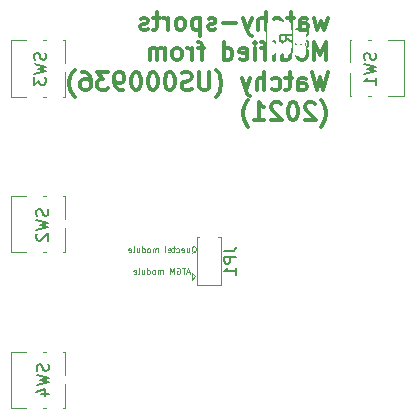
<source format=gbo>
G04 #@! TF.GenerationSoftware,KiCad,Pcbnew,(5.1.9)-1*
G04 #@! TF.CreationDate,2021-05-12T11:04:24-07:00*
G04 #@! TF.ProjectId,Watchy,57617463-6879-42e6-9b69-6361645f7063,rev?*
G04 #@! TF.SameCoordinates,Original*
G04 #@! TF.FileFunction,Legend,Bot*
G04 #@! TF.FilePolarity,Positive*
%FSLAX46Y46*%
G04 Gerber Fmt 4.6, Leading zero omitted, Abs format (unit mm)*
G04 Created by KiCad (PCBNEW (5.1.9)-1) date 2021-05-12 11:04:24*
%MOMM*%
%LPD*%
G01*
G04 APERTURE LIST*
%ADD10C,0.125000*%
%ADD11C,0.300000*%
%ADD12C,0.120000*%
%ADD13C,0.150000*%
%ADD14O,1.350000X1.650000*%
%ADD15O,1.950000X1.400000*%
%ADD16C,1.200000*%
%ADD17O,1.250000X1.250000*%
G04 APERTURE END LIST*
D10*
X85356857Y-97217333D02*
X85118761Y-97217333D01*
X85404476Y-97360190D02*
X85237809Y-96860190D01*
X85071142Y-97360190D01*
X84975904Y-96860190D02*
X84690190Y-96860190D01*
X84833047Y-97360190D02*
X84833047Y-96860190D01*
X84261619Y-96884000D02*
X84309238Y-96860190D01*
X84380666Y-96860190D01*
X84452095Y-96884000D01*
X84499714Y-96931619D01*
X84523523Y-96979238D01*
X84547333Y-97074476D01*
X84547333Y-97145904D01*
X84523523Y-97241142D01*
X84499714Y-97288761D01*
X84452095Y-97336380D01*
X84380666Y-97360190D01*
X84333047Y-97360190D01*
X84261619Y-97336380D01*
X84237809Y-97312571D01*
X84237809Y-97145904D01*
X84333047Y-97145904D01*
X84023523Y-97360190D02*
X84023523Y-96860190D01*
X83856857Y-97217333D01*
X83690190Y-96860190D01*
X83690190Y-97360190D01*
X83071142Y-97360190D02*
X83071142Y-97026857D01*
X83071142Y-97074476D02*
X83047333Y-97050666D01*
X82999714Y-97026857D01*
X82928285Y-97026857D01*
X82880666Y-97050666D01*
X82856857Y-97098285D01*
X82856857Y-97360190D01*
X82856857Y-97098285D02*
X82833047Y-97050666D01*
X82785428Y-97026857D01*
X82714000Y-97026857D01*
X82666380Y-97050666D01*
X82642571Y-97098285D01*
X82642571Y-97360190D01*
X82333047Y-97360190D02*
X82380666Y-97336380D01*
X82404476Y-97312571D01*
X82428285Y-97264952D01*
X82428285Y-97122095D01*
X82404476Y-97074476D01*
X82380666Y-97050666D01*
X82333047Y-97026857D01*
X82261619Y-97026857D01*
X82214000Y-97050666D01*
X82190190Y-97074476D01*
X82166380Y-97122095D01*
X82166380Y-97264952D01*
X82190190Y-97312571D01*
X82214000Y-97336380D01*
X82261619Y-97360190D01*
X82333047Y-97360190D01*
X81737809Y-97360190D02*
X81737809Y-96860190D01*
X81737809Y-97336380D02*
X81785428Y-97360190D01*
X81880666Y-97360190D01*
X81928285Y-97336380D01*
X81952095Y-97312571D01*
X81975904Y-97264952D01*
X81975904Y-97122095D01*
X81952095Y-97074476D01*
X81928285Y-97050666D01*
X81880666Y-97026857D01*
X81785428Y-97026857D01*
X81737809Y-97050666D01*
X81285428Y-97026857D02*
X81285428Y-97360190D01*
X81499714Y-97026857D02*
X81499714Y-97288761D01*
X81475904Y-97336380D01*
X81428285Y-97360190D01*
X81356857Y-97360190D01*
X81309238Y-97336380D01*
X81285428Y-97312571D01*
X80975904Y-97360190D02*
X81023523Y-97336380D01*
X81047333Y-97288761D01*
X81047333Y-96860190D01*
X80594952Y-97336380D02*
X80642571Y-97360190D01*
X80737809Y-97360190D01*
X80785428Y-97336380D01*
X80809238Y-97288761D01*
X80809238Y-97098285D01*
X80785428Y-97050666D01*
X80737809Y-97026857D01*
X80642571Y-97026857D01*
X80594952Y-97050666D01*
X80571142Y-97098285D01*
X80571142Y-97145904D01*
X80809238Y-97193523D01*
X85501000Y-95578809D02*
X85548619Y-95555000D01*
X85596238Y-95507380D01*
X85667666Y-95435952D01*
X85715285Y-95412142D01*
X85762904Y-95412142D01*
X85739095Y-95531190D02*
X85786714Y-95507380D01*
X85834333Y-95459761D01*
X85858142Y-95364523D01*
X85858142Y-95197857D01*
X85834333Y-95102619D01*
X85786714Y-95055000D01*
X85739095Y-95031190D01*
X85643857Y-95031190D01*
X85596238Y-95055000D01*
X85548619Y-95102619D01*
X85524809Y-95197857D01*
X85524809Y-95364523D01*
X85548619Y-95459761D01*
X85596238Y-95507380D01*
X85643857Y-95531190D01*
X85739095Y-95531190D01*
X85096238Y-95197857D02*
X85096238Y-95531190D01*
X85310523Y-95197857D02*
X85310523Y-95459761D01*
X85286714Y-95507380D01*
X85239095Y-95531190D01*
X85167666Y-95531190D01*
X85120047Y-95507380D01*
X85096238Y-95483571D01*
X84667666Y-95507380D02*
X84715285Y-95531190D01*
X84810523Y-95531190D01*
X84858142Y-95507380D01*
X84881952Y-95459761D01*
X84881952Y-95269285D01*
X84858142Y-95221666D01*
X84810523Y-95197857D01*
X84715285Y-95197857D01*
X84667666Y-95221666D01*
X84643857Y-95269285D01*
X84643857Y-95316904D01*
X84881952Y-95364523D01*
X84215285Y-95507380D02*
X84262904Y-95531190D01*
X84358142Y-95531190D01*
X84405761Y-95507380D01*
X84429571Y-95483571D01*
X84453380Y-95435952D01*
X84453380Y-95293095D01*
X84429571Y-95245476D01*
X84405761Y-95221666D01*
X84358142Y-95197857D01*
X84262904Y-95197857D01*
X84215285Y-95221666D01*
X84072428Y-95197857D02*
X83881952Y-95197857D01*
X84001000Y-95031190D02*
X84001000Y-95459761D01*
X83977190Y-95507380D01*
X83929571Y-95531190D01*
X83881952Y-95531190D01*
X83524809Y-95507380D02*
X83572428Y-95531190D01*
X83667666Y-95531190D01*
X83715285Y-95507380D01*
X83739095Y-95459761D01*
X83739095Y-95269285D01*
X83715285Y-95221666D01*
X83667666Y-95197857D01*
X83572428Y-95197857D01*
X83524809Y-95221666D01*
X83501000Y-95269285D01*
X83501000Y-95316904D01*
X83739095Y-95364523D01*
X83215285Y-95531190D02*
X83262904Y-95507380D01*
X83286714Y-95459761D01*
X83286714Y-95031190D01*
X82643857Y-95531190D02*
X82643857Y-95197857D01*
X82643857Y-95245476D02*
X82620047Y-95221666D01*
X82572428Y-95197857D01*
X82501000Y-95197857D01*
X82453380Y-95221666D01*
X82429571Y-95269285D01*
X82429571Y-95531190D01*
X82429571Y-95269285D02*
X82405761Y-95221666D01*
X82358142Y-95197857D01*
X82286714Y-95197857D01*
X82239095Y-95221666D01*
X82215285Y-95269285D01*
X82215285Y-95531190D01*
X81905761Y-95531190D02*
X81953380Y-95507380D01*
X81977190Y-95483571D01*
X82001000Y-95435952D01*
X82001000Y-95293095D01*
X81977190Y-95245476D01*
X81953380Y-95221666D01*
X81905761Y-95197857D01*
X81834333Y-95197857D01*
X81786714Y-95221666D01*
X81762904Y-95245476D01*
X81739095Y-95293095D01*
X81739095Y-95435952D01*
X81762904Y-95483571D01*
X81786714Y-95507380D01*
X81834333Y-95531190D01*
X81905761Y-95531190D01*
X81310523Y-95531190D02*
X81310523Y-95031190D01*
X81310523Y-95507380D02*
X81358142Y-95531190D01*
X81453380Y-95531190D01*
X81501000Y-95507380D01*
X81524809Y-95483571D01*
X81548619Y-95435952D01*
X81548619Y-95293095D01*
X81524809Y-95245476D01*
X81501000Y-95221666D01*
X81453380Y-95197857D01*
X81358142Y-95197857D01*
X81310523Y-95221666D01*
X80858142Y-95197857D02*
X80858142Y-95531190D01*
X81072428Y-95197857D02*
X81072428Y-95459761D01*
X81048619Y-95507380D01*
X81001000Y-95531190D01*
X80929571Y-95531190D01*
X80881952Y-95507380D01*
X80858142Y-95483571D01*
X80548619Y-95531190D02*
X80596238Y-95507380D01*
X80620047Y-95459761D01*
X80620047Y-95031190D01*
X80167666Y-95507380D02*
X80215285Y-95531190D01*
X80310523Y-95531190D01*
X80358142Y-95507380D01*
X80381952Y-95459761D01*
X80381952Y-95269285D01*
X80358142Y-95221666D01*
X80310523Y-95197857D01*
X80215285Y-95197857D01*
X80167666Y-95221666D01*
X80143857Y-95269285D01*
X80143857Y-95316904D01*
X80381952Y-95364523D01*
D11*
X97019714Y-75684571D02*
X96734000Y-76684571D01*
X96448285Y-75970285D01*
X96162571Y-76684571D01*
X95876857Y-75684571D01*
X94662571Y-76684571D02*
X94662571Y-75898857D01*
X94734000Y-75756000D01*
X94876857Y-75684571D01*
X95162571Y-75684571D01*
X95305428Y-75756000D01*
X94662571Y-76613142D02*
X94805428Y-76684571D01*
X95162571Y-76684571D01*
X95305428Y-76613142D01*
X95376857Y-76470285D01*
X95376857Y-76327428D01*
X95305428Y-76184571D01*
X95162571Y-76113142D01*
X94805428Y-76113142D01*
X94662571Y-76041714D01*
X94162571Y-75684571D02*
X93591142Y-75684571D01*
X93948285Y-75184571D02*
X93948285Y-76470285D01*
X93876857Y-76613142D01*
X93734000Y-76684571D01*
X93591142Y-76684571D01*
X92448285Y-76613142D02*
X92591142Y-76684571D01*
X92876857Y-76684571D01*
X93019714Y-76613142D01*
X93091142Y-76541714D01*
X93162571Y-76398857D01*
X93162571Y-75970285D01*
X93091142Y-75827428D01*
X93019714Y-75756000D01*
X92876857Y-75684571D01*
X92591142Y-75684571D01*
X92448285Y-75756000D01*
X91805428Y-76684571D02*
X91805428Y-75184571D01*
X91162571Y-76684571D02*
X91162571Y-75898857D01*
X91234000Y-75756000D01*
X91376857Y-75684571D01*
X91591142Y-75684571D01*
X91734000Y-75756000D01*
X91805428Y-75827428D01*
X90591142Y-75684571D02*
X90234000Y-76684571D01*
X89876857Y-75684571D02*
X90234000Y-76684571D01*
X90376857Y-77041714D01*
X90448285Y-77113142D01*
X90591142Y-77184571D01*
X89305428Y-76113142D02*
X88162571Y-76113142D01*
X87519714Y-76613142D02*
X87376857Y-76684571D01*
X87091142Y-76684571D01*
X86948285Y-76613142D01*
X86876857Y-76470285D01*
X86876857Y-76398857D01*
X86948285Y-76256000D01*
X87091142Y-76184571D01*
X87305428Y-76184571D01*
X87448285Y-76113142D01*
X87519714Y-75970285D01*
X87519714Y-75898857D01*
X87448285Y-75756000D01*
X87305428Y-75684571D01*
X87091142Y-75684571D01*
X86948285Y-75756000D01*
X86234000Y-75684571D02*
X86234000Y-77184571D01*
X86234000Y-75756000D02*
X86091142Y-75684571D01*
X85805428Y-75684571D01*
X85662571Y-75756000D01*
X85591142Y-75827428D01*
X85519714Y-75970285D01*
X85519714Y-76398857D01*
X85591142Y-76541714D01*
X85662571Y-76613142D01*
X85805428Y-76684571D01*
X86091142Y-76684571D01*
X86234000Y-76613142D01*
X84662571Y-76684571D02*
X84805428Y-76613142D01*
X84876857Y-76541714D01*
X84948285Y-76398857D01*
X84948285Y-75970285D01*
X84876857Y-75827428D01*
X84805428Y-75756000D01*
X84662571Y-75684571D01*
X84448285Y-75684571D01*
X84305428Y-75756000D01*
X84234000Y-75827428D01*
X84162571Y-75970285D01*
X84162571Y-76398857D01*
X84234000Y-76541714D01*
X84305428Y-76613142D01*
X84448285Y-76684571D01*
X84662571Y-76684571D01*
X83519714Y-76684571D02*
X83519714Y-75684571D01*
X83519714Y-75970285D02*
X83448285Y-75827428D01*
X83376857Y-75756000D01*
X83234000Y-75684571D01*
X83091142Y-75684571D01*
X82805428Y-75684571D02*
X82234000Y-75684571D01*
X82591142Y-75184571D02*
X82591142Y-76470285D01*
X82519714Y-76613142D01*
X82376857Y-76684571D01*
X82234000Y-76684571D01*
X81805428Y-76613142D02*
X81662571Y-76684571D01*
X81376857Y-76684571D01*
X81234000Y-76613142D01*
X81162571Y-76470285D01*
X81162571Y-76398857D01*
X81234000Y-76256000D01*
X81376857Y-76184571D01*
X81591142Y-76184571D01*
X81734000Y-76113142D01*
X81805428Y-75970285D01*
X81805428Y-75898857D01*
X81734000Y-75756000D01*
X81591142Y-75684571D01*
X81376857Y-75684571D01*
X81234000Y-75756000D01*
X96876857Y-79234571D02*
X96876857Y-77734571D01*
X96376857Y-78806000D01*
X95876857Y-77734571D01*
X95876857Y-79234571D01*
X94948285Y-79234571D02*
X95091142Y-79163142D01*
X95162571Y-79091714D01*
X95234000Y-78948857D01*
X95234000Y-78520285D01*
X95162571Y-78377428D01*
X95091142Y-78306000D01*
X94948285Y-78234571D01*
X94734000Y-78234571D01*
X94591142Y-78306000D01*
X94519714Y-78377428D01*
X94448285Y-78520285D01*
X94448285Y-78948857D01*
X94519714Y-79091714D01*
X94591142Y-79163142D01*
X94734000Y-79234571D01*
X94948285Y-79234571D01*
X93162571Y-79234571D02*
X93162571Y-77734571D01*
X93162571Y-79163142D02*
X93305428Y-79234571D01*
X93591142Y-79234571D01*
X93734000Y-79163142D01*
X93805428Y-79091714D01*
X93876857Y-78948857D01*
X93876857Y-78520285D01*
X93805428Y-78377428D01*
X93734000Y-78306000D01*
X93591142Y-78234571D01*
X93305428Y-78234571D01*
X93162571Y-78306000D01*
X92448285Y-79234571D02*
X92448285Y-78234571D01*
X92448285Y-77734571D02*
X92519714Y-77806000D01*
X92448285Y-77877428D01*
X92376857Y-77806000D01*
X92448285Y-77734571D01*
X92448285Y-77877428D01*
X91948285Y-78234571D02*
X91376857Y-78234571D01*
X91734000Y-79234571D02*
X91734000Y-77948857D01*
X91662571Y-77806000D01*
X91519714Y-77734571D01*
X91376857Y-77734571D01*
X90876857Y-79234571D02*
X90876857Y-78234571D01*
X90876857Y-77734571D02*
X90948285Y-77806000D01*
X90876857Y-77877428D01*
X90805428Y-77806000D01*
X90876857Y-77734571D01*
X90876857Y-77877428D01*
X89591142Y-79163142D02*
X89734000Y-79234571D01*
X90019714Y-79234571D01*
X90162571Y-79163142D01*
X90234000Y-79020285D01*
X90234000Y-78448857D01*
X90162571Y-78306000D01*
X90019714Y-78234571D01*
X89734000Y-78234571D01*
X89591142Y-78306000D01*
X89519714Y-78448857D01*
X89519714Y-78591714D01*
X90234000Y-78734571D01*
X88234000Y-79234571D02*
X88234000Y-77734571D01*
X88234000Y-79163142D02*
X88376857Y-79234571D01*
X88662571Y-79234571D01*
X88805428Y-79163142D01*
X88876857Y-79091714D01*
X88948285Y-78948857D01*
X88948285Y-78520285D01*
X88876857Y-78377428D01*
X88805428Y-78306000D01*
X88662571Y-78234571D01*
X88376857Y-78234571D01*
X88234000Y-78306000D01*
X86591142Y-78234571D02*
X86019714Y-78234571D01*
X86376857Y-79234571D02*
X86376857Y-77948857D01*
X86305428Y-77806000D01*
X86162571Y-77734571D01*
X86019714Y-77734571D01*
X85519714Y-79234571D02*
X85519714Y-78234571D01*
X85519714Y-78520285D02*
X85448285Y-78377428D01*
X85376857Y-78306000D01*
X85234000Y-78234571D01*
X85091142Y-78234571D01*
X84376857Y-79234571D02*
X84519714Y-79163142D01*
X84591142Y-79091714D01*
X84662571Y-78948857D01*
X84662571Y-78520285D01*
X84591142Y-78377428D01*
X84519714Y-78306000D01*
X84376857Y-78234571D01*
X84162571Y-78234571D01*
X84019714Y-78306000D01*
X83948285Y-78377428D01*
X83876857Y-78520285D01*
X83876857Y-78948857D01*
X83948285Y-79091714D01*
X84019714Y-79163142D01*
X84162571Y-79234571D01*
X84376857Y-79234571D01*
X83234000Y-79234571D02*
X83234000Y-78234571D01*
X83234000Y-78377428D02*
X83162571Y-78306000D01*
X83019714Y-78234571D01*
X82805428Y-78234571D01*
X82662571Y-78306000D01*
X82591142Y-78448857D01*
X82591142Y-79234571D01*
X82591142Y-78448857D02*
X82519714Y-78306000D01*
X82376857Y-78234571D01*
X82162571Y-78234571D01*
X82019714Y-78306000D01*
X81948285Y-78448857D01*
X81948285Y-79234571D01*
X97019714Y-80284571D02*
X96662571Y-81784571D01*
X96376857Y-80713142D01*
X96091142Y-81784571D01*
X95734000Y-80284571D01*
X94519714Y-81784571D02*
X94519714Y-80998857D01*
X94591142Y-80856000D01*
X94734000Y-80784571D01*
X95019714Y-80784571D01*
X95162571Y-80856000D01*
X94519714Y-81713142D02*
X94662571Y-81784571D01*
X95019714Y-81784571D01*
X95162571Y-81713142D01*
X95234000Y-81570285D01*
X95234000Y-81427428D01*
X95162571Y-81284571D01*
X95019714Y-81213142D01*
X94662571Y-81213142D01*
X94519714Y-81141714D01*
X94019714Y-80784571D02*
X93448285Y-80784571D01*
X93805428Y-80284571D02*
X93805428Y-81570285D01*
X93734000Y-81713142D01*
X93591142Y-81784571D01*
X93448285Y-81784571D01*
X92305428Y-81713142D02*
X92448285Y-81784571D01*
X92734000Y-81784571D01*
X92876857Y-81713142D01*
X92948285Y-81641714D01*
X93019714Y-81498857D01*
X93019714Y-81070285D01*
X92948285Y-80927428D01*
X92876857Y-80856000D01*
X92734000Y-80784571D01*
X92448285Y-80784571D01*
X92305428Y-80856000D01*
X91662571Y-81784571D02*
X91662571Y-80284571D01*
X91019714Y-81784571D02*
X91019714Y-80998857D01*
X91091142Y-80856000D01*
X91234000Y-80784571D01*
X91448285Y-80784571D01*
X91591142Y-80856000D01*
X91662571Y-80927428D01*
X90448285Y-80784571D02*
X90091142Y-81784571D01*
X89734000Y-80784571D02*
X90091142Y-81784571D01*
X90234000Y-82141714D01*
X90305428Y-82213142D01*
X90448285Y-82284571D01*
X87591142Y-82356000D02*
X87662571Y-82284571D01*
X87805428Y-82070285D01*
X87876857Y-81927428D01*
X87948285Y-81713142D01*
X88019714Y-81356000D01*
X88019714Y-81070285D01*
X87948285Y-80713142D01*
X87876857Y-80498857D01*
X87805428Y-80356000D01*
X87662571Y-80141714D01*
X87591142Y-80070285D01*
X87019714Y-80284571D02*
X87019714Y-81498857D01*
X86948285Y-81641714D01*
X86876857Y-81713142D01*
X86734000Y-81784571D01*
X86448285Y-81784571D01*
X86305428Y-81713142D01*
X86234000Y-81641714D01*
X86162571Y-81498857D01*
X86162571Y-80284571D01*
X85519714Y-81713142D02*
X85305428Y-81784571D01*
X84948285Y-81784571D01*
X84805428Y-81713142D01*
X84734000Y-81641714D01*
X84662571Y-81498857D01*
X84662571Y-81356000D01*
X84734000Y-81213142D01*
X84805428Y-81141714D01*
X84948285Y-81070285D01*
X85234000Y-80998857D01*
X85376857Y-80927428D01*
X85448285Y-80856000D01*
X85519714Y-80713142D01*
X85519714Y-80570285D01*
X85448285Y-80427428D01*
X85376857Y-80356000D01*
X85234000Y-80284571D01*
X84876857Y-80284571D01*
X84662571Y-80356000D01*
X83734000Y-80284571D02*
X83591142Y-80284571D01*
X83448285Y-80356000D01*
X83376857Y-80427428D01*
X83305428Y-80570285D01*
X83234000Y-80856000D01*
X83234000Y-81213142D01*
X83305428Y-81498857D01*
X83376857Y-81641714D01*
X83448285Y-81713142D01*
X83591142Y-81784571D01*
X83734000Y-81784571D01*
X83876857Y-81713142D01*
X83948285Y-81641714D01*
X84019714Y-81498857D01*
X84091142Y-81213142D01*
X84091142Y-80856000D01*
X84019714Y-80570285D01*
X83948285Y-80427428D01*
X83876857Y-80356000D01*
X83734000Y-80284571D01*
X82305428Y-80284571D02*
X82162571Y-80284571D01*
X82019714Y-80356000D01*
X81948285Y-80427428D01*
X81876857Y-80570285D01*
X81805428Y-80856000D01*
X81805428Y-81213142D01*
X81876857Y-81498857D01*
X81948285Y-81641714D01*
X82019714Y-81713142D01*
X82162571Y-81784571D01*
X82305428Y-81784571D01*
X82448285Y-81713142D01*
X82519714Y-81641714D01*
X82591142Y-81498857D01*
X82662571Y-81213142D01*
X82662571Y-80856000D01*
X82591142Y-80570285D01*
X82519714Y-80427428D01*
X82448285Y-80356000D01*
X82305428Y-80284571D01*
X80876857Y-80284571D02*
X80734000Y-80284571D01*
X80591142Y-80356000D01*
X80519714Y-80427428D01*
X80448285Y-80570285D01*
X80376857Y-80856000D01*
X80376857Y-81213142D01*
X80448285Y-81498857D01*
X80519714Y-81641714D01*
X80591142Y-81713142D01*
X80734000Y-81784571D01*
X80876857Y-81784571D01*
X81019714Y-81713142D01*
X81091142Y-81641714D01*
X81162571Y-81498857D01*
X81234000Y-81213142D01*
X81234000Y-80856000D01*
X81162571Y-80570285D01*
X81091142Y-80427428D01*
X81019714Y-80356000D01*
X80876857Y-80284571D01*
X79662571Y-81784571D02*
X79376857Y-81784571D01*
X79234000Y-81713142D01*
X79162571Y-81641714D01*
X79019714Y-81427428D01*
X78948285Y-81141714D01*
X78948285Y-80570285D01*
X79019714Y-80427428D01*
X79091142Y-80356000D01*
X79234000Y-80284571D01*
X79519714Y-80284571D01*
X79662571Y-80356000D01*
X79734000Y-80427428D01*
X79805428Y-80570285D01*
X79805428Y-80927428D01*
X79734000Y-81070285D01*
X79662571Y-81141714D01*
X79519714Y-81213142D01*
X79234000Y-81213142D01*
X79091142Y-81141714D01*
X79019714Y-81070285D01*
X78948285Y-80927428D01*
X78448285Y-80284571D02*
X77519714Y-80284571D01*
X78019714Y-80856000D01*
X77805428Y-80856000D01*
X77662571Y-80927428D01*
X77591142Y-80998857D01*
X77519714Y-81141714D01*
X77519714Y-81498857D01*
X77591142Y-81641714D01*
X77662571Y-81713142D01*
X77805428Y-81784571D01*
X78234000Y-81784571D01*
X78376857Y-81713142D01*
X78448285Y-81641714D01*
X76234000Y-80284571D02*
X76519714Y-80284571D01*
X76662571Y-80356000D01*
X76734000Y-80427428D01*
X76876857Y-80641714D01*
X76948285Y-80927428D01*
X76948285Y-81498857D01*
X76876857Y-81641714D01*
X76805428Y-81713142D01*
X76662571Y-81784571D01*
X76376857Y-81784571D01*
X76234000Y-81713142D01*
X76162571Y-81641714D01*
X76091142Y-81498857D01*
X76091142Y-81141714D01*
X76162571Y-80998857D01*
X76234000Y-80927428D01*
X76376857Y-80856000D01*
X76662571Y-80856000D01*
X76805428Y-80927428D01*
X76876857Y-80998857D01*
X76948285Y-81141714D01*
X75591142Y-82356000D02*
X75519714Y-82284571D01*
X75376857Y-82070285D01*
X75305428Y-81927428D01*
X75234000Y-81713142D01*
X75162571Y-81356000D01*
X75162571Y-81070285D01*
X75234000Y-80713142D01*
X75305428Y-80498857D01*
X75376857Y-80356000D01*
X75519714Y-80141714D01*
X75591142Y-80070285D01*
X96448285Y-84906000D02*
X96519714Y-84834571D01*
X96662571Y-84620285D01*
X96734000Y-84477428D01*
X96805428Y-84263142D01*
X96876857Y-83906000D01*
X96876857Y-83620285D01*
X96805428Y-83263142D01*
X96734000Y-83048857D01*
X96662571Y-82906000D01*
X96519714Y-82691714D01*
X96448285Y-82620285D01*
X95948285Y-82977428D02*
X95876857Y-82906000D01*
X95734000Y-82834571D01*
X95376857Y-82834571D01*
X95234000Y-82906000D01*
X95162571Y-82977428D01*
X95091142Y-83120285D01*
X95091142Y-83263142D01*
X95162571Y-83477428D01*
X96019714Y-84334571D01*
X95091142Y-84334571D01*
X94162571Y-82834571D02*
X94019714Y-82834571D01*
X93876857Y-82906000D01*
X93805428Y-82977428D01*
X93734000Y-83120285D01*
X93662571Y-83406000D01*
X93662571Y-83763142D01*
X93734000Y-84048857D01*
X93805428Y-84191714D01*
X93876857Y-84263142D01*
X94019714Y-84334571D01*
X94162571Y-84334571D01*
X94305428Y-84263142D01*
X94376857Y-84191714D01*
X94448285Y-84048857D01*
X94519714Y-83763142D01*
X94519714Y-83406000D01*
X94448285Y-83120285D01*
X94376857Y-82977428D01*
X94305428Y-82906000D01*
X94162571Y-82834571D01*
X93091142Y-82977428D02*
X93019714Y-82906000D01*
X92876857Y-82834571D01*
X92519714Y-82834571D01*
X92376857Y-82906000D01*
X92305428Y-82977428D01*
X92234000Y-83120285D01*
X92234000Y-83263142D01*
X92305428Y-83477428D01*
X93162571Y-84334571D01*
X92234000Y-84334571D01*
X90805428Y-84334571D02*
X91662571Y-84334571D01*
X91234000Y-84334571D02*
X91234000Y-82834571D01*
X91376857Y-83048857D01*
X91519714Y-83191714D01*
X91662571Y-83263142D01*
X90305428Y-84906000D02*
X90234000Y-84834571D01*
X90091142Y-84620285D01*
X90019714Y-84477428D01*
X89948285Y-84263142D01*
X89876857Y-83906000D01*
X89876857Y-83620285D01*
X89948285Y-83263142D01*
X90019714Y-83048857D01*
X90091142Y-82906000D01*
X90234000Y-82691714D01*
X90305428Y-82620285D01*
D12*
X88003000Y-98317000D02*
X88003000Y-94217000D01*
X88003000Y-94217000D02*
X86003000Y-94217000D01*
X86003000Y-94217000D02*
X86003000Y-98317000D01*
X86003000Y-98317000D02*
X88003000Y-98317000D01*
X85803000Y-97567000D02*
X85503000Y-97867000D01*
X85503000Y-97867000D02*
X85503000Y-97267000D01*
X85803000Y-97567000D02*
X85503000Y-97267000D01*
X94312000Y-77758359D02*
X94312000Y-78065641D01*
X95072000Y-77758359D02*
X95072000Y-78065641D01*
X91803000Y-78353000D02*
X91803000Y-76383000D01*
X94003000Y-78573000D02*
X94003000Y-76373000D01*
X74780000Y-77540000D02*
X70180000Y-77540000D01*
X70180000Y-77540000D02*
X70180000Y-82340000D01*
X70180000Y-82340000D02*
X74780000Y-82340000D01*
X74780000Y-82340000D02*
X74780000Y-77540000D01*
X74780000Y-103940000D02*
X70180000Y-103940000D01*
X70180000Y-103940000D02*
X70180000Y-108740000D01*
X70180000Y-108740000D02*
X74780000Y-108740000D01*
X74780000Y-108740000D02*
X74780000Y-103940000D01*
X74780000Y-90740000D02*
X70180000Y-90740000D01*
X70180000Y-90740000D02*
X70180000Y-95540000D01*
X70180000Y-95540000D02*
X74780000Y-95540000D01*
X74780000Y-95540000D02*
X74780000Y-90740000D01*
X98920000Y-82320000D02*
X103520000Y-82320000D01*
X103520000Y-82320000D02*
X103520000Y-77520000D01*
X103520000Y-77520000D02*
X98920000Y-77520000D01*
X98920000Y-77520000D02*
X98920000Y-82320000D01*
D13*
X88255380Y-95433666D02*
X88969666Y-95433666D01*
X89112523Y-95386047D01*
X89207761Y-95290809D01*
X89255380Y-95147952D01*
X89255380Y-95052714D01*
X89255380Y-95909857D02*
X88255380Y-95909857D01*
X88255380Y-96290809D01*
X88303000Y-96386047D01*
X88350619Y-96433666D01*
X88445857Y-96481285D01*
X88588714Y-96481285D01*
X88683952Y-96433666D01*
X88731571Y-96386047D01*
X88779190Y-96290809D01*
X88779190Y-95909857D01*
X89255380Y-97433666D02*
X89255380Y-96862238D01*
X89255380Y-97147952D02*
X88255380Y-97147952D01*
X88398238Y-97052714D01*
X88493476Y-96957476D01*
X88541095Y-96862238D01*
X93974380Y-77745333D02*
X93498190Y-77412000D01*
X93974380Y-77173904D02*
X92974380Y-77173904D01*
X92974380Y-77554857D01*
X93022000Y-77650095D01*
X93069619Y-77697714D01*
X93164857Y-77745333D01*
X93307714Y-77745333D01*
X93402952Y-77697714D01*
X93450571Y-77650095D01*
X93498190Y-77554857D01*
X93498190Y-77173904D01*
X93974380Y-78221523D02*
X93974380Y-78412000D01*
X93926761Y-78507238D01*
X93879142Y-78554857D01*
X93736285Y-78650095D01*
X93545809Y-78697714D01*
X93164857Y-78697714D01*
X93069619Y-78650095D01*
X93022000Y-78602476D01*
X92974380Y-78507238D01*
X92974380Y-78316761D01*
X93022000Y-78221523D01*
X93069619Y-78173904D01*
X93164857Y-78126285D01*
X93402952Y-78126285D01*
X93498190Y-78173904D01*
X93545809Y-78221523D01*
X93593428Y-78316761D01*
X93593428Y-78507238D01*
X93545809Y-78602476D01*
X93498190Y-78650095D01*
X93402952Y-78697714D01*
X94380380Y-76611095D02*
X95189904Y-76611095D01*
X95285142Y-76658714D01*
X95332761Y-76706333D01*
X95380380Y-76801571D01*
X95380380Y-76992047D01*
X95332761Y-77087285D01*
X95285142Y-77134904D01*
X95189904Y-77182523D01*
X94380380Y-77182523D01*
X94808952Y-77801571D02*
X94761333Y-77706333D01*
X94713714Y-77658714D01*
X94618476Y-77611095D01*
X94570857Y-77611095D01*
X94475619Y-77658714D01*
X94428000Y-77706333D01*
X94380380Y-77801571D01*
X94380380Y-77992047D01*
X94428000Y-78087285D01*
X94475619Y-78134904D01*
X94570857Y-78182523D01*
X94618476Y-78182523D01*
X94713714Y-78134904D01*
X94761333Y-78087285D01*
X94808952Y-77992047D01*
X94808952Y-77801571D01*
X94856571Y-77706333D01*
X94904190Y-77658714D01*
X94999428Y-77611095D01*
X95189904Y-77611095D01*
X95285142Y-77658714D01*
X95332761Y-77706333D01*
X95380380Y-77801571D01*
X95380380Y-77992047D01*
X95332761Y-78087285D01*
X95285142Y-78134904D01*
X95189904Y-78182523D01*
X94999428Y-78182523D01*
X94904190Y-78134904D01*
X94856571Y-78087285D01*
X94808952Y-77992047D01*
X73134761Y-78666666D02*
X73182380Y-78809523D01*
X73182380Y-79047619D01*
X73134761Y-79142857D01*
X73087142Y-79190476D01*
X72991904Y-79238095D01*
X72896666Y-79238095D01*
X72801428Y-79190476D01*
X72753809Y-79142857D01*
X72706190Y-79047619D01*
X72658571Y-78857142D01*
X72610952Y-78761904D01*
X72563333Y-78714285D01*
X72468095Y-78666666D01*
X72372857Y-78666666D01*
X72277619Y-78714285D01*
X72230000Y-78761904D01*
X72182380Y-78857142D01*
X72182380Y-79095238D01*
X72230000Y-79238095D01*
X72182380Y-79571428D02*
X73182380Y-79809523D01*
X72468095Y-80000000D01*
X73182380Y-80190476D01*
X72182380Y-80428571D01*
X72182380Y-80714285D02*
X72182380Y-81333333D01*
X72563333Y-81000000D01*
X72563333Y-81142857D01*
X72610952Y-81238095D01*
X72658571Y-81285714D01*
X72753809Y-81333333D01*
X72991904Y-81333333D01*
X73087142Y-81285714D01*
X73134761Y-81238095D01*
X73182380Y-81142857D01*
X73182380Y-80857142D01*
X73134761Y-80761904D01*
X73087142Y-80714285D01*
X73344761Y-104996666D02*
X73392380Y-105139523D01*
X73392380Y-105377619D01*
X73344761Y-105472857D01*
X73297142Y-105520476D01*
X73201904Y-105568095D01*
X73106666Y-105568095D01*
X73011428Y-105520476D01*
X72963809Y-105472857D01*
X72916190Y-105377619D01*
X72868571Y-105187142D01*
X72820952Y-105091904D01*
X72773333Y-105044285D01*
X72678095Y-104996666D01*
X72582857Y-104996666D01*
X72487619Y-105044285D01*
X72440000Y-105091904D01*
X72392380Y-105187142D01*
X72392380Y-105425238D01*
X72440000Y-105568095D01*
X72392380Y-105901428D02*
X73392380Y-106139523D01*
X72678095Y-106330000D01*
X73392380Y-106520476D01*
X72392380Y-106758571D01*
X72725714Y-107568095D02*
X73392380Y-107568095D01*
X72344761Y-107330000D02*
X73059047Y-107091904D01*
X73059047Y-107710952D01*
X73314761Y-91866666D02*
X73362380Y-92009523D01*
X73362380Y-92247619D01*
X73314761Y-92342857D01*
X73267142Y-92390476D01*
X73171904Y-92438095D01*
X73076666Y-92438095D01*
X72981428Y-92390476D01*
X72933809Y-92342857D01*
X72886190Y-92247619D01*
X72838571Y-92057142D01*
X72790952Y-91961904D01*
X72743333Y-91914285D01*
X72648095Y-91866666D01*
X72552857Y-91866666D01*
X72457619Y-91914285D01*
X72410000Y-91961904D01*
X72362380Y-92057142D01*
X72362380Y-92295238D01*
X72410000Y-92438095D01*
X72362380Y-92771428D02*
X73362380Y-93009523D01*
X72648095Y-93200000D01*
X73362380Y-93390476D01*
X72362380Y-93628571D01*
X72457619Y-93961904D02*
X72410000Y-94009523D01*
X72362380Y-94104761D01*
X72362380Y-94342857D01*
X72410000Y-94438095D01*
X72457619Y-94485714D01*
X72552857Y-94533333D01*
X72648095Y-94533333D01*
X72790952Y-94485714D01*
X73362380Y-93914285D01*
X73362380Y-94533333D01*
X101054761Y-78666666D02*
X101102380Y-78809523D01*
X101102380Y-79047619D01*
X101054761Y-79142857D01*
X101007142Y-79190476D01*
X100911904Y-79238095D01*
X100816666Y-79238095D01*
X100721428Y-79190476D01*
X100673809Y-79142857D01*
X100626190Y-79047619D01*
X100578571Y-78857142D01*
X100530952Y-78761904D01*
X100483333Y-78714285D01*
X100388095Y-78666666D01*
X100292857Y-78666666D01*
X100197619Y-78714285D01*
X100150000Y-78761904D01*
X100102380Y-78857142D01*
X100102380Y-79095238D01*
X100150000Y-79238095D01*
X100102380Y-79571428D02*
X101102380Y-79809523D01*
X100388095Y-80000000D01*
X101102380Y-80190476D01*
X100102380Y-80428571D01*
X101102380Y-81333333D02*
X101102380Y-80761904D01*
X101102380Y-81047619D02*
X100102380Y-81047619D01*
X100245238Y-80952380D01*
X100340476Y-80857142D01*
X100388095Y-80761904D01*
%LPC*%
X76092857Y-103055714D02*
X75921428Y-103722380D01*
X75750000Y-103246190D01*
X75578571Y-103722380D01*
X75407142Y-103055714D01*
X74678571Y-103722380D02*
X74678571Y-103198571D01*
X74721428Y-103103333D01*
X74807142Y-103055714D01*
X74978571Y-103055714D01*
X75064285Y-103103333D01*
X74678571Y-103674761D02*
X74764285Y-103722380D01*
X74978571Y-103722380D01*
X75064285Y-103674761D01*
X75107142Y-103579523D01*
X75107142Y-103484285D01*
X75064285Y-103389047D01*
X74978571Y-103341428D01*
X74764285Y-103341428D01*
X74678571Y-103293809D01*
X74378571Y-103055714D02*
X74035714Y-103055714D01*
X74250000Y-102722380D02*
X74250000Y-103579523D01*
X74207142Y-103674761D01*
X74121428Y-103722380D01*
X74035714Y-103722380D01*
X73350000Y-103674761D02*
X73435714Y-103722380D01*
X73607142Y-103722380D01*
X73692857Y-103674761D01*
X73735714Y-103627142D01*
X73778571Y-103531904D01*
X73778571Y-103246190D01*
X73735714Y-103150952D01*
X73692857Y-103103333D01*
X73607142Y-103055714D01*
X73435714Y-103055714D01*
X73350000Y-103103333D01*
X72964285Y-103722380D02*
X72964285Y-102722380D01*
X72578571Y-103722380D02*
X72578571Y-103198571D01*
X72621428Y-103103333D01*
X72707142Y-103055714D01*
X72835714Y-103055714D01*
X72921428Y-103103333D01*
X72964285Y-103150952D01*
X72235714Y-103055714D02*
X72021428Y-103722380D01*
X71807142Y-103055714D02*
X72021428Y-103722380D01*
X72107142Y-103960476D01*
X72150000Y-104008095D01*
X72235714Y-104055714D01*
G36*
G01*
X87753000Y-98267000D02*
X86253000Y-98267000D01*
G75*
G02*
X86053000Y-98067000I0J200000D01*
G01*
X86053000Y-97067000D01*
G75*
G02*
X86253000Y-96867000I200000J0D01*
G01*
X87753000Y-96867000D01*
G75*
G02*
X87953000Y-97067000I0J-200000D01*
G01*
X87953000Y-98067000D01*
G75*
G02*
X87753000Y-98267000I-200000J0D01*
G01*
G37*
G36*
G01*
X87753000Y-96967000D02*
X86253000Y-96967000D01*
G75*
G02*
X86053000Y-96767000I0J200000D01*
G01*
X86053000Y-95767000D01*
G75*
G02*
X86253000Y-95567000I200000J0D01*
G01*
X87753000Y-95567000D01*
G75*
G02*
X87953000Y-95767000I0J-200000D01*
G01*
X87953000Y-96767000D01*
G75*
G02*
X87753000Y-96967000I-200000J0D01*
G01*
G37*
G36*
G01*
X87753000Y-95667000D02*
X86253000Y-95667000D01*
G75*
G02*
X86053000Y-95467000I0J200000D01*
G01*
X86053000Y-94467000D01*
G75*
G02*
X86253000Y-94267000I200000J0D01*
G01*
X87753000Y-94267000D01*
G75*
G02*
X87953000Y-94467000I0J-200000D01*
G01*
X87953000Y-95467000D01*
G75*
G02*
X87753000Y-95667000I-200000J0D01*
G01*
G37*
G36*
G01*
X94407000Y-77952000D02*
X94977000Y-77952000D01*
G75*
G02*
X95212000Y-78187000I0J-235000D01*
G01*
X95212000Y-78657000D01*
G75*
G02*
X94977000Y-78892000I-235000J0D01*
G01*
X94407000Y-78892000D01*
G75*
G02*
X94172000Y-78657000I0J235000D01*
G01*
X94172000Y-78187000D01*
G75*
G02*
X94407000Y-77952000I235000J0D01*
G01*
G37*
G36*
G01*
X94407000Y-76932000D02*
X94977000Y-76932000D01*
G75*
G02*
X95212000Y-77167000I0J-235000D01*
G01*
X95212000Y-77637000D01*
G75*
G02*
X94977000Y-77872000I-235000J0D01*
G01*
X94407000Y-77872000D01*
G75*
G02*
X94172000Y-77637000I0J235000D01*
G01*
X94172000Y-77167000D01*
G75*
G02*
X94407000Y-76932000I235000J0D01*
G01*
G37*
G36*
G01*
X93728000Y-78798000D02*
X93378000Y-78798000D01*
G75*
G02*
X93203000Y-78623000I0J175000D01*
G01*
X93203000Y-77923000D01*
G75*
G02*
X93378000Y-77748000I175000J0D01*
G01*
X93728000Y-77748000D01*
G75*
G02*
X93903000Y-77923000I0J-175000D01*
G01*
X93903000Y-78623000D01*
G75*
G02*
X93728000Y-78798000I-175000J0D01*
G01*
G37*
G36*
G01*
X93078000Y-78798000D02*
X92728000Y-78798000D01*
G75*
G02*
X92553000Y-78623000I0J175000D01*
G01*
X92553000Y-77923000D01*
G75*
G02*
X92728000Y-77748000I175000J0D01*
G01*
X93078000Y-77748000D01*
G75*
G02*
X93253000Y-77923000I0J-175000D01*
G01*
X93253000Y-78623000D01*
G75*
G02*
X93078000Y-78798000I-175000J0D01*
G01*
G37*
G36*
G01*
X92428000Y-78798000D02*
X92078000Y-78798000D01*
G75*
G02*
X91903000Y-78623000I0J175000D01*
G01*
X91903000Y-77923000D01*
G75*
G02*
X92078000Y-77748000I175000J0D01*
G01*
X92428000Y-77748000D01*
G75*
G02*
X92603000Y-77923000I0J-175000D01*
G01*
X92603000Y-78623000D01*
G75*
G02*
X92428000Y-78798000I-175000J0D01*
G01*
G37*
G36*
G01*
X92428000Y-76998000D02*
X92078000Y-76998000D01*
G75*
G02*
X91903000Y-76823000I0J175000D01*
G01*
X91903000Y-76123000D01*
G75*
G02*
X92078000Y-75948000I175000J0D01*
G01*
X92428000Y-75948000D01*
G75*
G02*
X92603000Y-76123000I0J-175000D01*
G01*
X92603000Y-76823000D01*
G75*
G02*
X92428000Y-76998000I-175000J0D01*
G01*
G37*
G36*
G01*
X93078000Y-76998000D02*
X92728000Y-76998000D01*
G75*
G02*
X92553000Y-76823000I0J175000D01*
G01*
X92553000Y-76123000D01*
G75*
G02*
X92728000Y-75948000I175000J0D01*
G01*
X93078000Y-75948000D01*
G75*
G02*
X93253000Y-76123000I0J-175000D01*
G01*
X93253000Y-76823000D01*
G75*
G02*
X93078000Y-76998000I-175000J0D01*
G01*
G37*
G36*
G01*
X93728000Y-76998000D02*
X93378000Y-76998000D01*
G75*
G02*
X93203000Y-76823000I0J175000D01*
G01*
X93203000Y-76123000D01*
G75*
G02*
X93378000Y-75948000I175000J0D01*
G01*
X93728000Y-75948000D01*
G75*
G02*
X93903000Y-76123000I0J-175000D01*
G01*
X93903000Y-76823000D01*
G75*
G02*
X93728000Y-76998000I-175000J0D01*
G01*
G37*
D14*
X98350000Y-96180000D03*
X98350000Y-91180000D03*
D15*
X101050000Y-97180000D03*
X101050000Y-90180000D03*
G36*
G01*
X71730000Y-76230000D02*
X72730000Y-76230000D01*
G75*
G02*
X72930000Y-76430000I0J-200000D01*
G01*
X72930000Y-77830000D01*
G75*
G02*
X72730000Y-78030000I-200000J0D01*
G01*
X71730000Y-78030000D01*
G75*
G02*
X71530000Y-77830000I0J200000D01*
G01*
X71530000Y-76430000D01*
G75*
G02*
X71730000Y-76230000I200000J0D01*
G01*
G37*
G36*
G01*
X71730000Y-81830000D02*
X72730000Y-81830000D01*
G75*
G02*
X72930000Y-82030000I0J-200000D01*
G01*
X72930000Y-83430000D01*
G75*
G02*
X72730000Y-83630000I-200000J0D01*
G01*
X71730000Y-83630000D01*
G75*
G02*
X71530000Y-83430000I0J200000D01*
G01*
X71530000Y-82030000D01*
G75*
G02*
X71730000Y-81830000I200000J0D01*
G01*
G37*
G36*
G01*
X73430000Y-76230000D02*
X74430000Y-76230000D01*
G75*
G02*
X74630000Y-76430000I0J-200000D01*
G01*
X74630000Y-77830000D01*
G75*
G02*
X74430000Y-78030000I-200000J0D01*
G01*
X73430000Y-78030000D01*
G75*
G02*
X73230000Y-77830000I0J200000D01*
G01*
X73230000Y-76430000D01*
G75*
G02*
X73430000Y-76230000I200000J0D01*
G01*
G37*
G36*
G01*
X73430000Y-81830000D02*
X74430000Y-81830000D01*
G75*
G02*
X74630000Y-82030000I0J-200000D01*
G01*
X74630000Y-83430000D01*
G75*
G02*
X74430000Y-83630000I-200000J0D01*
G01*
X73430000Y-83630000D01*
G75*
G02*
X73230000Y-83430000I0J200000D01*
G01*
X73230000Y-82030000D01*
G75*
G02*
X73430000Y-81830000I200000J0D01*
G01*
G37*
D16*
X71730000Y-79930000D03*
X74330000Y-79930000D03*
G36*
G01*
X71730000Y-102630000D02*
X72730000Y-102630000D01*
G75*
G02*
X72930000Y-102830000I0J-200000D01*
G01*
X72930000Y-104230000D01*
G75*
G02*
X72730000Y-104430000I-200000J0D01*
G01*
X71730000Y-104430000D01*
G75*
G02*
X71530000Y-104230000I0J200000D01*
G01*
X71530000Y-102830000D01*
G75*
G02*
X71730000Y-102630000I200000J0D01*
G01*
G37*
G36*
G01*
X71730000Y-108230000D02*
X72730000Y-108230000D01*
G75*
G02*
X72930000Y-108430000I0J-200000D01*
G01*
X72930000Y-109830000D01*
G75*
G02*
X72730000Y-110030000I-200000J0D01*
G01*
X71730000Y-110030000D01*
G75*
G02*
X71530000Y-109830000I0J200000D01*
G01*
X71530000Y-108430000D01*
G75*
G02*
X71730000Y-108230000I200000J0D01*
G01*
G37*
G36*
G01*
X73430000Y-102630000D02*
X74430000Y-102630000D01*
G75*
G02*
X74630000Y-102830000I0J-200000D01*
G01*
X74630000Y-104230000D01*
G75*
G02*
X74430000Y-104430000I-200000J0D01*
G01*
X73430000Y-104430000D01*
G75*
G02*
X73230000Y-104230000I0J200000D01*
G01*
X73230000Y-102830000D01*
G75*
G02*
X73430000Y-102630000I200000J0D01*
G01*
G37*
G36*
G01*
X73430000Y-108230000D02*
X74430000Y-108230000D01*
G75*
G02*
X74630000Y-108430000I0J-200000D01*
G01*
X74630000Y-109830000D01*
G75*
G02*
X74430000Y-110030000I-200000J0D01*
G01*
X73430000Y-110030000D01*
G75*
G02*
X73230000Y-109830000I0J200000D01*
G01*
X73230000Y-108430000D01*
G75*
G02*
X73430000Y-108230000I200000J0D01*
G01*
G37*
X71730000Y-106330000D03*
X74330000Y-106330000D03*
G36*
G01*
X71730000Y-89430000D02*
X72730000Y-89430000D01*
G75*
G02*
X72930000Y-89630000I0J-200000D01*
G01*
X72930000Y-91030000D01*
G75*
G02*
X72730000Y-91230000I-200000J0D01*
G01*
X71730000Y-91230000D01*
G75*
G02*
X71530000Y-91030000I0J200000D01*
G01*
X71530000Y-89630000D01*
G75*
G02*
X71730000Y-89430000I200000J0D01*
G01*
G37*
G36*
G01*
X71730000Y-95030000D02*
X72730000Y-95030000D01*
G75*
G02*
X72930000Y-95230000I0J-200000D01*
G01*
X72930000Y-96630000D01*
G75*
G02*
X72730000Y-96830000I-200000J0D01*
G01*
X71730000Y-96830000D01*
G75*
G02*
X71530000Y-96630000I0J200000D01*
G01*
X71530000Y-95230000D01*
G75*
G02*
X71730000Y-95030000I200000J0D01*
G01*
G37*
G36*
G01*
X73430000Y-89430000D02*
X74430000Y-89430000D01*
G75*
G02*
X74630000Y-89630000I0J-200000D01*
G01*
X74630000Y-91030000D01*
G75*
G02*
X74430000Y-91230000I-200000J0D01*
G01*
X73430000Y-91230000D01*
G75*
G02*
X73230000Y-91030000I0J200000D01*
G01*
X73230000Y-89630000D01*
G75*
G02*
X73430000Y-89430000I200000J0D01*
G01*
G37*
G36*
G01*
X73430000Y-95030000D02*
X74430000Y-95030000D01*
G75*
G02*
X74630000Y-95230000I0J-200000D01*
G01*
X74630000Y-96630000D01*
G75*
G02*
X74430000Y-96830000I-200000J0D01*
G01*
X73430000Y-96830000D01*
G75*
G02*
X73230000Y-96630000I0J200000D01*
G01*
X73230000Y-95230000D01*
G75*
G02*
X73430000Y-95030000I200000J0D01*
G01*
G37*
X71730000Y-93130000D03*
X74330000Y-93130000D03*
G36*
G01*
X101970000Y-83630000D02*
X100970000Y-83630000D01*
G75*
G02*
X100770000Y-83430000I0J200000D01*
G01*
X100770000Y-82030000D01*
G75*
G02*
X100970000Y-81830000I200000J0D01*
G01*
X101970000Y-81830000D01*
G75*
G02*
X102170000Y-82030000I0J-200000D01*
G01*
X102170000Y-83430000D01*
G75*
G02*
X101970000Y-83630000I-200000J0D01*
G01*
G37*
G36*
G01*
X101970000Y-78030000D02*
X100970000Y-78030000D01*
G75*
G02*
X100770000Y-77830000I0J200000D01*
G01*
X100770000Y-76430000D01*
G75*
G02*
X100970000Y-76230000I200000J0D01*
G01*
X101970000Y-76230000D01*
G75*
G02*
X102170000Y-76430000I0J-200000D01*
G01*
X102170000Y-77830000D01*
G75*
G02*
X101970000Y-78030000I-200000J0D01*
G01*
G37*
G36*
G01*
X100270000Y-83630000D02*
X99270000Y-83630000D01*
G75*
G02*
X99070000Y-83430000I0J200000D01*
G01*
X99070000Y-82030000D01*
G75*
G02*
X99270000Y-81830000I200000J0D01*
G01*
X100270000Y-81830000D01*
G75*
G02*
X100470000Y-82030000I0J-200000D01*
G01*
X100470000Y-83430000D01*
G75*
G02*
X100270000Y-83630000I-200000J0D01*
G01*
G37*
G36*
G01*
X100270000Y-78030000D02*
X99270000Y-78030000D01*
G75*
G02*
X99070000Y-77830000I0J200000D01*
G01*
X99070000Y-76430000D01*
G75*
G02*
X99270000Y-76230000I200000J0D01*
G01*
X100270000Y-76230000D01*
G75*
G02*
X100470000Y-76430000I0J-200000D01*
G01*
X100470000Y-77830000D01*
G75*
G02*
X100270000Y-78030000I-200000J0D01*
G01*
G37*
X101970000Y-79930000D03*
X99370000Y-79930000D03*
D17*
X80300000Y-111110000D03*
X79300000Y-111110000D03*
X78300000Y-111110000D03*
G36*
G01*
X77725000Y-111735000D02*
X76875000Y-111735000D01*
G75*
G02*
X76675000Y-111535000I0J200000D01*
G01*
X76675000Y-110685000D01*
G75*
G02*
X76875000Y-110485000I200000J0D01*
G01*
X77725000Y-110485000D01*
G75*
G02*
X77925000Y-110685000I0J-200000D01*
G01*
X77925000Y-111535000D01*
G75*
G02*
X77725000Y-111735000I-200000J0D01*
G01*
G37*
M02*

</source>
